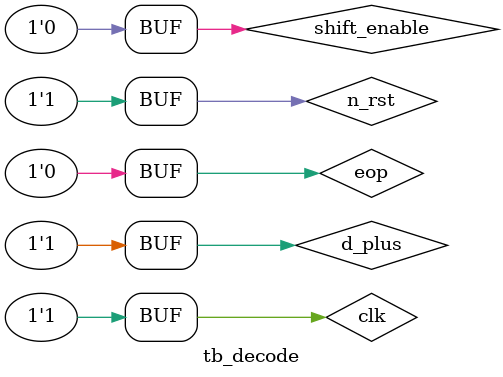
<source format=sv>
`timescale 1ns / 10 ps 
module tb_decode
();
	reg clk = 1;
	reg n_rst;
	reg d_plus;
	reg shift_enable;
	reg eop;
	reg d_orig;

	//Clock
	always
	begin
		#5 clk = 0;
		#5 clk = 1;
	end

	initial
	begin
	//Test1 does reset work
		d_plus = 1;
		n_rst = 0;
		eop = 0;
		shift_enable =0;
		#10;
		n_rst = 1;
		#10;
	//Test2 test to see if the basic edge works, 
		d_plus = 0;
		#10;
		//should now be a 0 kk
		d_plus = 1;
		#10;
		d_plus = 0;
		#10;
		shift_enable = 1;
		#10;
	    shift_enable = 0;
		#10;
		d_plus = 1;
		#10;
		d_plus = 1;
		#10;
		shift_enable =1;
		#10;
		shift_enable = 0;
		#10; 
		shift_enable = 1;
		#10;
		shift_enable = 0;
		#20;
		shift_enable = 1;
		eop = 1;
		#10;
		eop = 0;
		shift_enable = 0;
		#10;


	end

decode A0(clk,n_rst,d_plus,shift_enable,eop,d_orig);


endmodule



</source>
